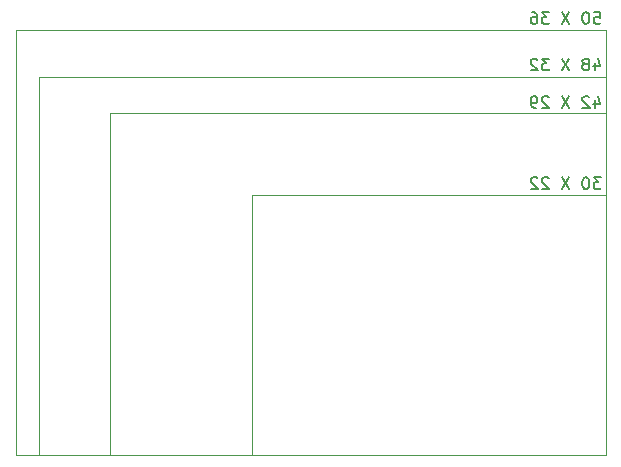
<source format=gbr>
G04 #@! TF.GenerationSoftware,KiCad,Pcbnew,(6.0.0)*
G04 #@! TF.CreationDate,2022-03-27T12:02:49+08:00*
G04 #@! TF.ProjectId,WirelessPower,57697265-6c65-4737-9350-6f7765722e6b,rev?*
G04 #@! TF.SameCoordinates,Original*
G04 #@! TF.FileFunction,Legend,Bot*
G04 #@! TF.FilePolarity,Positive*
%FSLAX46Y46*%
G04 Gerber Fmt 4.6, Leading zero omitted, Abs format (unit mm)*
G04 Created by KiCad (PCBNEW (6.0.0)) date 2022-03-27 12:02:49*
%MOMM*%
%LPD*%
G01*
G04 APERTURE LIST*
%ADD10C,0.120000*%
%ADD11C,0.150000*%
G04 APERTURE END LIST*
D10*
X184610000Y-73390000D02*
X134610000Y-73390000D01*
X142610000Y-80420000D02*
X142610000Y-109390000D01*
X184610000Y-80420000D02*
X142610000Y-80420000D01*
X136610000Y-77360000D02*
X184610000Y-77360000D01*
X154610000Y-87380000D02*
X154610000Y-109390000D01*
X184610000Y-109390000D02*
X184610000Y-73390000D01*
X184610000Y-87380000D02*
X154610000Y-87380000D01*
X136610000Y-77360000D02*
X136610000Y-109390000D01*
X134610000Y-109390000D02*
X184610000Y-109390000D01*
X134610000Y-73390000D02*
X134610000Y-109390000D01*
D11*
X183608571Y-71882380D02*
X184084761Y-71882380D01*
X184132380Y-72358571D01*
X184084761Y-72310952D01*
X183989523Y-72263333D01*
X183751428Y-72263333D01*
X183656190Y-72310952D01*
X183608571Y-72358571D01*
X183560952Y-72453809D01*
X183560952Y-72691904D01*
X183608571Y-72787142D01*
X183656190Y-72834761D01*
X183751428Y-72882380D01*
X183989523Y-72882380D01*
X184084761Y-72834761D01*
X184132380Y-72787142D01*
X182941904Y-71882380D02*
X182846666Y-71882380D01*
X182751428Y-71930000D01*
X182703809Y-71977619D01*
X182656190Y-72072857D01*
X182608571Y-72263333D01*
X182608571Y-72501428D01*
X182656190Y-72691904D01*
X182703809Y-72787142D01*
X182751428Y-72834761D01*
X182846666Y-72882380D01*
X182941904Y-72882380D01*
X183037142Y-72834761D01*
X183084761Y-72787142D01*
X183132380Y-72691904D01*
X183180000Y-72501428D01*
X183180000Y-72263333D01*
X183132380Y-72072857D01*
X183084761Y-71977619D01*
X183037142Y-71930000D01*
X182941904Y-71882380D01*
X181513333Y-71882380D02*
X180846666Y-72882380D01*
X180846666Y-71882380D02*
X181513333Y-72882380D01*
X179799047Y-71882380D02*
X179180000Y-71882380D01*
X179513333Y-72263333D01*
X179370476Y-72263333D01*
X179275238Y-72310952D01*
X179227619Y-72358571D01*
X179180000Y-72453809D01*
X179180000Y-72691904D01*
X179227619Y-72787142D01*
X179275238Y-72834761D01*
X179370476Y-72882380D01*
X179656190Y-72882380D01*
X179751428Y-72834761D01*
X179799047Y-72787142D01*
X178322857Y-71882380D02*
X178513333Y-71882380D01*
X178608571Y-71930000D01*
X178656190Y-71977619D01*
X178751428Y-72120476D01*
X178799047Y-72310952D01*
X178799047Y-72691904D01*
X178751428Y-72787142D01*
X178703809Y-72834761D01*
X178608571Y-72882380D01*
X178418095Y-72882380D01*
X178322857Y-72834761D01*
X178275238Y-72787142D01*
X178227619Y-72691904D01*
X178227619Y-72453809D01*
X178275238Y-72358571D01*
X178322857Y-72310952D01*
X178418095Y-72263333D01*
X178608571Y-72263333D01*
X178703809Y-72310952D01*
X178751428Y-72358571D01*
X178799047Y-72453809D01*
X184180000Y-85862380D02*
X183560952Y-85862380D01*
X183894285Y-86243333D01*
X183751428Y-86243333D01*
X183656190Y-86290952D01*
X183608571Y-86338571D01*
X183560952Y-86433809D01*
X183560952Y-86671904D01*
X183608571Y-86767142D01*
X183656190Y-86814761D01*
X183751428Y-86862380D01*
X184037142Y-86862380D01*
X184132380Y-86814761D01*
X184180000Y-86767142D01*
X182941904Y-85862380D02*
X182846666Y-85862380D01*
X182751428Y-85910000D01*
X182703809Y-85957619D01*
X182656190Y-86052857D01*
X182608571Y-86243333D01*
X182608571Y-86481428D01*
X182656190Y-86671904D01*
X182703809Y-86767142D01*
X182751428Y-86814761D01*
X182846666Y-86862380D01*
X182941904Y-86862380D01*
X183037142Y-86814761D01*
X183084761Y-86767142D01*
X183132380Y-86671904D01*
X183180000Y-86481428D01*
X183180000Y-86243333D01*
X183132380Y-86052857D01*
X183084761Y-85957619D01*
X183037142Y-85910000D01*
X182941904Y-85862380D01*
X181513333Y-85862380D02*
X180846666Y-86862380D01*
X180846666Y-85862380D02*
X181513333Y-86862380D01*
X179751428Y-85957619D02*
X179703809Y-85910000D01*
X179608571Y-85862380D01*
X179370476Y-85862380D01*
X179275238Y-85910000D01*
X179227619Y-85957619D01*
X179180000Y-86052857D01*
X179180000Y-86148095D01*
X179227619Y-86290952D01*
X179799047Y-86862380D01*
X179180000Y-86862380D01*
X178799047Y-85957619D02*
X178751428Y-85910000D01*
X178656190Y-85862380D01*
X178418095Y-85862380D01*
X178322857Y-85910000D01*
X178275238Y-85957619D01*
X178227619Y-86052857D01*
X178227619Y-86148095D01*
X178275238Y-86290952D01*
X178846666Y-86862380D01*
X178227619Y-86862380D01*
X183656190Y-79325714D02*
X183656190Y-79992380D01*
X183894285Y-78944761D02*
X184132380Y-79659047D01*
X183513333Y-79659047D01*
X183180000Y-79087619D02*
X183132380Y-79040000D01*
X183037142Y-78992380D01*
X182799047Y-78992380D01*
X182703809Y-79040000D01*
X182656190Y-79087619D01*
X182608571Y-79182857D01*
X182608571Y-79278095D01*
X182656190Y-79420952D01*
X183227619Y-79992380D01*
X182608571Y-79992380D01*
X181513333Y-78992380D02*
X180846666Y-79992380D01*
X180846666Y-78992380D02*
X181513333Y-79992380D01*
X179751428Y-79087619D02*
X179703809Y-79040000D01*
X179608571Y-78992380D01*
X179370476Y-78992380D01*
X179275238Y-79040000D01*
X179227619Y-79087619D01*
X179180000Y-79182857D01*
X179180000Y-79278095D01*
X179227619Y-79420952D01*
X179799047Y-79992380D01*
X179180000Y-79992380D01*
X178703809Y-79992380D02*
X178513333Y-79992380D01*
X178418095Y-79944761D01*
X178370476Y-79897142D01*
X178275238Y-79754285D01*
X178227619Y-79563809D01*
X178227619Y-79182857D01*
X178275238Y-79087619D01*
X178322857Y-79040000D01*
X178418095Y-78992380D01*
X178608571Y-78992380D01*
X178703809Y-79040000D01*
X178751428Y-79087619D01*
X178799047Y-79182857D01*
X178799047Y-79420952D01*
X178751428Y-79516190D01*
X178703809Y-79563809D01*
X178608571Y-79611428D01*
X178418095Y-79611428D01*
X178322857Y-79563809D01*
X178275238Y-79516190D01*
X178227619Y-79420952D01*
X183656190Y-76145714D02*
X183656190Y-76812380D01*
X183894285Y-75764761D02*
X184132380Y-76479047D01*
X183513333Y-76479047D01*
X182989523Y-76240952D02*
X183084761Y-76193333D01*
X183132380Y-76145714D01*
X183180000Y-76050476D01*
X183180000Y-76002857D01*
X183132380Y-75907619D01*
X183084761Y-75860000D01*
X182989523Y-75812380D01*
X182799047Y-75812380D01*
X182703809Y-75860000D01*
X182656190Y-75907619D01*
X182608571Y-76002857D01*
X182608571Y-76050476D01*
X182656190Y-76145714D01*
X182703809Y-76193333D01*
X182799047Y-76240952D01*
X182989523Y-76240952D01*
X183084761Y-76288571D01*
X183132380Y-76336190D01*
X183180000Y-76431428D01*
X183180000Y-76621904D01*
X183132380Y-76717142D01*
X183084761Y-76764761D01*
X182989523Y-76812380D01*
X182799047Y-76812380D01*
X182703809Y-76764761D01*
X182656190Y-76717142D01*
X182608571Y-76621904D01*
X182608571Y-76431428D01*
X182656190Y-76336190D01*
X182703809Y-76288571D01*
X182799047Y-76240952D01*
X181513333Y-75812380D02*
X180846666Y-76812380D01*
X180846666Y-75812380D02*
X181513333Y-76812380D01*
X179799047Y-75812380D02*
X179180000Y-75812380D01*
X179513333Y-76193333D01*
X179370476Y-76193333D01*
X179275238Y-76240952D01*
X179227619Y-76288571D01*
X179180000Y-76383809D01*
X179180000Y-76621904D01*
X179227619Y-76717142D01*
X179275238Y-76764761D01*
X179370476Y-76812380D01*
X179656190Y-76812380D01*
X179751428Y-76764761D01*
X179799047Y-76717142D01*
X178799047Y-75907619D02*
X178751428Y-75860000D01*
X178656190Y-75812380D01*
X178418095Y-75812380D01*
X178322857Y-75860000D01*
X178275238Y-75907619D01*
X178227619Y-76002857D01*
X178227619Y-76098095D01*
X178275238Y-76240952D01*
X178846666Y-76812380D01*
X178227619Y-76812380D01*
M02*

</source>
